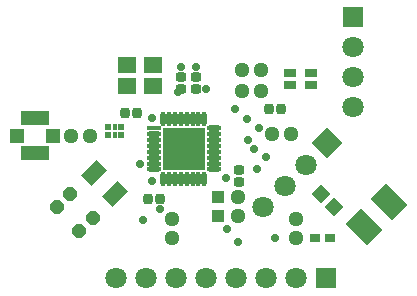
<source format=gts>
G04 Layer_Color=8388736*
%FSLAX25Y25*%
%MOIN*%
G70*
G01*
G75*
%ADD50R,0.09461X0.04934*%
%ADD51R,0.04737X0.04934*%
G04:AMPARAMS|DCode=52|XSize=43.43mil|YSize=43.43mil|CornerRadius=12.86mil|HoleSize=0mil|Usage=FLASHONLY|Rotation=90.000|XOffset=0mil|YOffset=0mil|HoleType=Round|Shape=RoundedRectangle|*
%AMROUNDEDRECTD52*
21,1,0.04343,0.01772,0,0,90.0*
21,1,0.01772,0.04343,0,0,90.0*
1,1,0.02572,0.00886,0.00886*
1,1,0.02572,0.00886,-0.00886*
1,1,0.02572,-0.00886,-0.00886*
1,1,0.02572,-0.00886,0.00886*
%
%ADD52ROUNDEDRECTD52*%
%ADD53R,0.04343X0.04343*%
G04:AMPARAMS|DCode=54|XSize=43.43mil|YSize=43.43mil|CornerRadius=12.86mil|HoleSize=0mil|Usage=FLASHONLY|Rotation=180.000|XOffset=0mil|YOffset=0mil|HoleType=Round|Shape=RoundedRectangle|*
%AMROUNDEDRECTD54*
21,1,0.04343,0.01772,0,0,180.0*
21,1,0.01772,0.04343,0,0,180.0*
1,1,0.02572,-0.00886,0.00886*
1,1,0.02572,0.00886,0.00886*
1,1,0.02572,0.00886,-0.00886*
1,1,0.02572,-0.00886,-0.00886*
%
%ADD54ROUNDEDRECTD54*%
%ADD55R,0.01784X0.02178*%
%ADD56R,0.01981X0.02178*%
%ADD57R,0.06312X0.05328*%
G04:AMPARAMS|DCode=58|XSize=74.93mil|YSize=47.37mil|CornerRadius=0mil|HoleSize=0mil|Usage=FLASHONLY|Rotation=225.000|XOffset=0mil|YOffset=0mil|HoleType=Round|Shape=Rectangle|*
%AMROTATEDRECTD58*
4,1,4,0.00974,0.04324,0.04324,0.00974,-0.00974,-0.04324,-0.04324,-0.00974,0.00974,0.04324,0.0*
%
%ADD58ROTATEDRECTD58*%

%ADD59R,0.04147X0.02768*%
G04:AMPARAMS|DCode=60|XSize=43.43mil|YSize=43.43mil|CornerRadius=12.86mil|HoleSize=0mil|Usage=FLASHONLY|Rotation=225.000|XOffset=0mil|YOffset=0mil|HoleType=Round|Shape=RoundedRectangle|*
%AMROUNDEDRECTD60*
21,1,0.04343,0.01772,0,0,225.0*
21,1,0.01772,0.04343,0,0,225.0*
1,1,0.02572,-0.01253,0.00000*
1,1,0.02572,0.00000,0.01253*
1,1,0.02572,0.01253,0.00000*
1,1,0.02572,0.00000,-0.01253*
%
%ADD60ROUNDEDRECTD60*%
G04:AMPARAMS|DCode=61|XSize=31.62mil|YSize=35.56mil|CornerRadius=9.9mil|HoleSize=0mil|Usage=FLASHONLY|Rotation=180.000|XOffset=0mil|YOffset=0mil|HoleType=Round|Shape=RoundedRectangle|*
%AMROUNDEDRECTD61*
21,1,0.03162,0.01575,0,0,180.0*
21,1,0.01181,0.03556,0,0,180.0*
1,1,0.01981,-0.00591,0.00787*
1,1,0.01981,0.00591,0.00787*
1,1,0.01981,0.00591,-0.00787*
1,1,0.01981,-0.00591,-0.00787*
%
%ADD61ROUNDEDRECTD61*%
G04:AMPARAMS|DCode=62|XSize=31.62mil|YSize=35.56mil|CornerRadius=9.9mil|HoleSize=0mil|Usage=FLASHONLY|Rotation=270.000|XOffset=0mil|YOffset=0mil|HoleType=Round|Shape=RoundedRectangle|*
%AMROUNDEDRECTD62*
21,1,0.03162,0.01575,0,0,270.0*
21,1,0.01181,0.03556,0,0,270.0*
1,1,0.01981,-0.00787,-0.00591*
1,1,0.01981,-0.00787,0.00591*
1,1,0.01981,0.00787,0.00591*
1,1,0.01981,0.00787,-0.00591*
%
%ADD62ROUNDEDRECTD62*%
%ADD63P,0.06142X4X360.0*%
%ADD64R,0.04737X0.01784*%
%ADD65O,0.04737X0.01784*%
%ADD66O,0.01784X0.04737*%
%ADD67R,0.14383X0.14383*%
%ADD68R,0.03556X0.02769*%
G04:AMPARAMS|DCode=69|XSize=71mil|YSize=103mil|CornerRadius=0mil|HoleSize=0mil|Usage=FLASHONLY|Rotation=225.000|XOffset=0mil|YOffset=0mil|HoleType=Round|Shape=Rectangle|*
%AMROTATEDRECTD69*
4,1,4,-0.01131,0.06152,0.06152,-0.01131,0.01131,-0.06152,-0.06152,0.01131,-0.01131,0.06152,0.0*
%
%ADD69ROTATEDRECTD69*%

%ADD70C,0.07099*%
%ADD71R,0.07099X0.07099*%
%ADD72P,0.10040X4X270.0*%
%ADD73R,0.07099X0.07099*%
%ADD74C,0.02800*%
D50*
X23499Y60807D02*
D03*
Y49193D02*
D03*
D51*
X17496Y55000D02*
D03*
X29504D02*
D03*
D52*
X91000Y34649D02*
D03*
X91000Y28350D02*
D03*
X69000Y20851D02*
D03*
Y27150D02*
D03*
X110535Y27149D02*
D03*
X110535Y20850D02*
D03*
D53*
X84500Y28351D02*
D03*
Y34650D02*
D03*
D54*
X98685Y70000D02*
D03*
X92386Y70000D02*
D03*
X98685Y77000D02*
D03*
X92386Y77000D02*
D03*
X108685Y55500D02*
D03*
X102386D02*
D03*
X41685Y55000D02*
D03*
X35386D02*
D03*
D55*
X50000Y57978D02*
D03*
Y55222D02*
D03*
D56*
X52067Y57978D02*
D03*
X47933D02*
D03*
Y55222D02*
D03*
X52067D02*
D03*
D57*
X54169Y78543D02*
D03*
Y71457D02*
D03*
X62831D02*
D03*
Y78543D02*
D03*
D58*
X43020Y42480D02*
D03*
X49980Y35520D02*
D03*
D59*
X115480Y75968D02*
D03*
Y72031D02*
D03*
X108591Y72031D02*
D03*
Y75968D02*
D03*
D60*
X38273Y23273D02*
D03*
X42727Y27727D02*
D03*
X30773Y31273D02*
D03*
X35227Y35727D02*
D03*
D61*
X53531Y62499D02*
D03*
X57468D02*
D03*
X61066Y33999D02*
D03*
X65003D02*
D03*
X105505Y64001D02*
D03*
X101567D02*
D03*
D62*
X91501Y39531D02*
D03*
Y43468D02*
D03*
X77035Y74469D02*
D03*
Y70532D02*
D03*
X72035Y74469D02*
D03*
Y70532D02*
D03*
D63*
X123263Y31273D02*
D03*
X118808Y35727D02*
D03*
D64*
X62996Y57559D02*
D03*
D65*
Y55590D02*
D03*
Y53622D02*
D03*
Y51653D02*
D03*
Y49685D02*
D03*
Y47717D02*
D03*
Y45748D02*
D03*
Y43780D02*
D03*
X83075D02*
D03*
Y45748D02*
D03*
Y47717D02*
D03*
Y49685D02*
D03*
Y51653D02*
D03*
Y53622D02*
D03*
Y55590D02*
D03*
Y57559D02*
D03*
D66*
X66146Y40630D02*
D03*
X68114D02*
D03*
X70083D02*
D03*
X72051D02*
D03*
X74020D02*
D03*
X75988D02*
D03*
X77957D02*
D03*
X79925D02*
D03*
Y60709D02*
D03*
X77957D02*
D03*
X75988D02*
D03*
X72051D02*
D03*
X70083D02*
D03*
X68114D02*
D03*
X66146D02*
D03*
X74020D02*
D03*
D67*
X73035Y50669D02*
D03*
D68*
X116673Y21000D02*
D03*
X121791D02*
D03*
D69*
X141535Y33081D02*
D03*
X133116Y24662D02*
D03*
D70*
X129535Y74500D02*
D03*
Y84500D02*
D03*
Y64500D02*
D03*
X106660Y38315D02*
D03*
X113731Y45386D02*
D03*
X99589Y31244D02*
D03*
X60535Y7500D02*
D03*
X80535D02*
D03*
X100535D02*
D03*
X110535D02*
D03*
X90535D02*
D03*
X70535D02*
D03*
X50535D02*
D03*
D71*
X129535Y94500D02*
D03*
D72*
X120802Y52457D02*
D03*
D73*
X120535Y7500D02*
D03*
D74*
X87500Y24000D02*
D03*
X71000Y69497D02*
D03*
X62500Y61000D02*
D03*
X103500Y21000D02*
D03*
X96500Y50500D02*
D03*
X91000Y19500D02*
D03*
X58535Y45500D02*
D03*
X62535Y40000D02*
D03*
X65035Y30500D02*
D03*
X59535Y27000D02*
D03*
X87035Y41000D02*
D03*
X77035Y77999D02*
D03*
X72035Y78000D02*
D03*
X80535Y70500D02*
D03*
X97535Y44000D02*
D03*
X94535Y53500D02*
D03*
X94035Y60500D02*
D03*
X90035Y64000D02*
D03*
X98035Y57500D02*
D03*
X100354Y47819D02*
D03*
X73035Y46339D02*
D03*
X68705Y55000D02*
D03*
X73035D02*
D03*
X77366D02*
D03*
X68705Y50669D02*
D03*
X73035D02*
D03*
X77366D02*
D03*
X68705Y46339D02*
D03*
X77366D02*
D03*
M02*

</source>
